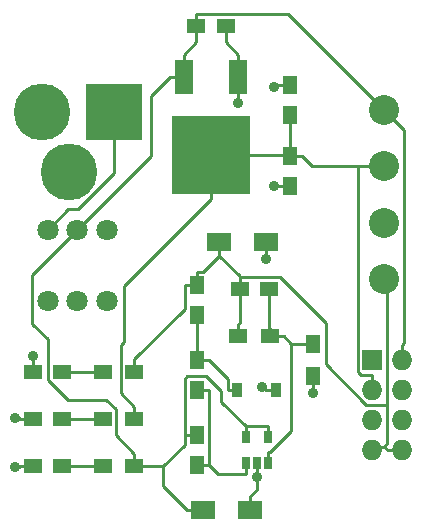
<source format=gbr>
%FSLAX46Y46*%
G04 Gerber Fmt 4.6, Leading zero omitted, Abs format (unit mm)*
G04 Created by KiCad (PCBNEW (2014-10-22 BZR 5214)-product) date Sat 10 Oct 2015 03:54:35 PM EDT*
%MOMM*%
G01*
G04 APERTURE LIST*
%ADD10C,0.200000*%
%ADD11R,2.000000X1.600000*%
%ADD12R,1.250000X1.500000*%
%ADD13R,1.500000X1.250000*%
%ADD14C,4.800600*%
%ADD15R,4.800600X4.800600*%
%ADD16R,0.910000X1.220000*%
%ADD17R,1.727200X1.727200*%
%ADD18O,1.727200X1.727200*%
%ADD19R,1.500000X1.300000*%
%ADD20R,1.300000X1.500000*%
%ADD21R,0.650000X1.060000*%
%ADD22R,1.600000X3.000000*%
%ADD23R,6.700000X6.700000*%
%ADD24C,2.540000*%
%ADD25C,1.800000*%
%ADD26C,0.889000*%
%ADD27C,0.254000*%
G04 APERTURE END LIST*
D10*
D11*
X168660000Y-144700000D03*
X172660000Y-144700000D03*
D12*
X168120000Y-132020000D03*
X168120000Y-134520000D03*
D13*
X168090000Y-103710000D03*
X170590000Y-103710000D03*
X171750000Y-126000000D03*
X174250000Y-126000000D03*
D12*
X176000000Y-111250000D03*
X176000000Y-108750000D03*
D11*
X170000000Y-122000000D03*
X174000000Y-122000000D03*
D14*
X155000000Y-111000000D03*
D15*
X161096000Y-111000000D03*
D14*
X157286000Y-116080000D03*
D13*
X156750000Y-141000000D03*
X154250000Y-141000000D03*
X156750000Y-137000000D03*
X154250000Y-137000000D03*
X154250000Y-133000000D03*
X156750000Y-133000000D03*
D16*
X171565000Y-134540000D03*
X174835000Y-134540000D03*
D12*
X168120000Y-138370000D03*
X168120000Y-140870000D03*
X168120000Y-128170000D03*
X168120000Y-125670000D03*
D17*
X183000000Y-132000000D03*
D18*
X185540000Y-132000000D03*
X183000000Y-134540000D03*
X185540000Y-134540000D03*
X183000000Y-137080000D03*
X185540000Y-137080000D03*
X183000000Y-139620000D03*
X185540000Y-139620000D03*
D19*
X162850000Y-141000000D03*
X160150000Y-141000000D03*
X162850000Y-137000000D03*
X160150000Y-137000000D03*
X162850000Y-133000000D03*
X160150000Y-133000000D03*
X171650000Y-130000000D03*
X174350000Y-130000000D03*
D20*
X178000000Y-130650000D03*
X178000000Y-133350000D03*
D21*
X172250000Y-140720000D03*
X173200000Y-140720000D03*
X174150000Y-140720000D03*
X174150000Y-138520000D03*
X172250000Y-138520000D03*
D22*
X171640000Y-108030000D03*
X167040000Y-108030000D03*
D23*
X169340000Y-114680000D03*
D24*
X184000000Y-120381250D03*
X184000000Y-115618750D03*
X184000000Y-110856250D03*
X184000000Y-125143750D03*
D25*
X155500000Y-121000000D03*
X158000000Y-121000000D03*
X160500000Y-121000000D03*
X155500000Y-127000000D03*
X158000000Y-127000000D03*
X160500000Y-127000000D03*
D12*
X176000000Y-114750000D03*
X176000000Y-117250000D03*
D26*
X173200000Y-141949200D03*
X178000000Y-134822900D03*
X174647700Y-117316400D03*
X174000000Y-123499800D03*
X171640000Y-110271300D03*
X152761000Y-141054100D03*
X152771300Y-136962400D03*
X173658700Y-134258200D03*
X154250000Y-131666800D03*
X174653700Y-108883000D03*
D27*
X185687600Y-130607500D02*
X185540000Y-130755100D01*
X185687600Y-112543900D02*
X185687600Y-130607500D01*
X184000000Y-110856300D02*
X185687600Y-112543900D01*
X185540000Y-132000000D02*
X185540000Y-130755100D01*
X175847400Y-102703700D02*
X184000000Y-110856300D01*
X168090000Y-102703700D02*
X175847400Y-102703700D01*
X167040000Y-108030000D02*
X165858700Y-108030000D01*
X168090000Y-103206800D02*
X168090000Y-102703700D01*
X168090000Y-103206800D02*
X168090000Y-103710000D01*
X168090000Y-105098700D02*
X167040000Y-106148700D01*
X168090000Y-103710000D02*
X168090000Y-105098700D01*
X167040000Y-108030000D02*
X167040000Y-106148700D01*
X168660000Y-144700000D02*
X167278700Y-144700000D01*
X164237300Y-114762700D02*
X158000000Y-121000000D01*
X164237300Y-109651400D02*
X164237300Y-114762700D01*
X165858700Y-108030000D02*
X164237300Y-109651400D01*
X154183100Y-124816900D02*
X158000000Y-121000000D01*
X154183100Y-128939200D02*
X154183100Y-124816900D01*
X155500000Y-130256100D02*
X154183100Y-128939200D01*
X155500000Y-133677500D02*
X155500000Y-130256100D01*
X157186500Y-135364000D02*
X155500000Y-133677500D01*
X160455100Y-135364000D02*
X157186500Y-135364000D01*
X161281400Y-136190300D02*
X160455100Y-135364000D01*
X161281400Y-138400100D02*
X161281400Y-136190300D01*
X162850000Y-139968700D02*
X161281400Y-138400100D01*
X162850000Y-141000000D02*
X163981300Y-141000000D01*
X162850000Y-141000000D02*
X162850000Y-139968700D01*
X165293300Y-142714600D02*
X165293300Y-141000000D01*
X167278700Y-144700000D02*
X165293300Y-142714600D01*
X165293300Y-141000000D02*
X163981300Y-141000000D01*
X167113700Y-139179600D02*
X167113700Y-138370000D01*
X165293300Y-141000000D02*
X167113700Y-139179600D01*
X172250000Y-137608700D02*
X174150000Y-137608700D01*
X174150000Y-138520000D02*
X174150000Y-137608700D01*
X172250000Y-138520000D02*
X172250000Y-137608700D01*
X168120000Y-138370000D02*
X167240800Y-138370000D01*
X167240800Y-138370000D02*
X167113700Y-138370000D01*
X170172700Y-135531400D02*
X172250000Y-137608700D01*
X170172700Y-134631200D02*
X170172700Y-135531400D01*
X168930100Y-133388600D02*
X170172700Y-134631200D01*
X167333500Y-133388600D02*
X168930100Y-133388600D01*
X167113700Y-133608400D02*
X167333500Y-133388600D01*
X167113700Y-138370000D02*
X167113700Y-133608400D01*
X178000000Y-133350000D02*
X178000000Y-134822900D01*
X176000000Y-117250000D02*
X174993700Y-117250000D01*
X174927300Y-117316400D02*
X174993700Y-117250000D01*
X174647700Y-117316400D02*
X174927300Y-117316400D01*
X174000000Y-123499800D02*
X174000000Y-122000000D01*
X173200000Y-140720000D02*
X173200000Y-141949200D01*
X173200000Y-142978700D02*
X172660000Y-143518700D01*
X173200000Y-141949200D02*
X173200000Y-142978700D01*
X172660000Y-144700000D02*
X172660000Y-143518700D01*
X154250000Y-141000000D02*
X153118700Y-141000000D01*
X153064600Y-141054100D02*
X153118700Y-141000000D01*
X152761000Y-141054100D02*
X153064600Y-141054100D01*
X154250000Y-137000000D02*
X153118700Y-137000000D01*
X153081100Y-136962400D02*
X153118700Y-137000000D01*
X152771300Y-136962400D02*
X153081100Y-136962400D01*
X171640000Y-110271300D02*
X171640000Y-108030000D01*
X170590000Y-105098700D02*
X170590000Y-103710000D01*
X171640000Y-106148700D02*
X170590000Y-105098700D01*
X171640000Y-108030000D02*
X171640000Y-106148700D01*
X174835000Y-134540000D02*
X173998700Y-134540000D01*
X173716900Y-134258200D02*
X173998700Y-134540000D01*
X173658700Y-134258200D02*
X173716900Y-134258200D01*
X154250000Y-131666800D02*
X154250000Y-133000000D01*
X176000000Y-108750000D02*
X174993700Y-108750000D01*
X174860700Y-108883000D02*
X174993700Y-108750000D01*
X174653700Y-108883000D02*
X174860700Y-108883000D01*
X168120000Y-128170000D02*
X168120000Y-132020000D01*
X170728700Y-133622400D02*
X169126300Y-132020000D01*
X170728700Y-134540000D02*
X170728700Y-133622400D01*
X171565000Y-134540000D02*
X170728700Y-134540000D01*
X168120000Y-132020000D02*
X169126300Y-132020000D01*
X172250000Y-140720000D02*
X172250000Y-141631300D01*
X168120000Y-140870000D02*
X168999200Y-140870000D01*
X168120000Y-134520000D02*
X169126300Y-134520000D01*
X169887700Y-141631300D02*
X172250000Y-141631300D01*
X169126300Y-140869900D02*
X169887700Y-141631300D01*
X169126200Y-140870000D02*
X169126300Y-140869900D01*
X168999200Y-140870000D02*
X169126200Y-140870000D01*
X169126300Y-140869900D02*
X169126300Y-134520000D01*
X170000000Y-122000000D02*
X170000000Y-123181300D01*
X183000000Y-139620000D02*
X183000000Y-139335200D01*
X185540000Y-139620000D02*
X184295100Y-139620000D01*
X183000000Y-139335200D02*
X184010300Y-139335200D01*
X184010300Y-139335200D02*
X184295100Y-139620000D01*
X184270000Y-125413800D02*
X184270000Y-135810000D01*
X184000000Y-125143800D02*
X184270000Y-125413800D01*
X184270000Y-139075500D02*
X184010300Y-139335200D01*
X184270000Y-135810000D02*
X184270000Y-139075500D01*
X171750000Y-128868700D02*
X171650000Y-128968700D01*
X171750000Y-126000000D02*
X171750000Y-128868700D01*
X171650000Y-130000000D02*
X171650000Y-128968700D01*
X171750000Y-126000000D02*
X171750000Y-124993700D01*
X175182700Y-124993700D02*
X171750000Y-124993700D01*
X179031300Y-128842300D02*
X175182700Y-124993700D01*
X179031300Y-132366400D02*
X179031300Y-128842300D01*
X182474900Y-135810000D02*
X179031300Y-132366400D01*
X184270000Y-135810000D02*
X182474900Y-135810000D01*
X171750000Y-124931300D02*
X170000000Y-123181300D01*
X171750000Y-124993700D02*
X171750000Y-124931300D01*
X167113700Y-127705000D02*
X162850000Y-131968700D01*
X167113700Y-125670000D02*
X167113700Y-127705000D01*
X168642600Y-124538700D02*
X170000000Y-123181300D01*
X168120000Y-124538700D02*
X168642600Y-124538700D01*
X168120000Y-125670000D02*
X168120000Y-124538700D01*
X168120000Y-125670000D02*
X167113700Y-125670000D01*
X162850000Y-133000000D02*
X162850000Y-131968700D01*
X178000000Y-130650000D02*
X177095800Y-130650000D01*
X174350000Y-130000000D02*
X174915700Y-130000000D01*
X174915700Y-130000000D02*
X175481300Y-130000000D01*
X174250000Y-129334300D02*
X174250000Y-126000000D01*
X174915700Y-130000000D02*
X174250000Y-129334300D01*
X174150000Y-140720000D02*
X174150000Y-139808700D01*
X176131300Y-138004000D02*
X176131300Y-130650000D01*
X174326600Y-139808700D02*
X176131300Y-138004000D01*
X174150000Y-139808700D02*
X174326600Y-139808700D01*
X177095800Y-130650000D02*
X176131300Y-130650000D01*
X176131300Y-130650000D02*
X175481300Y-130000000D01*
X176000000Y-114750000D02*
X175496900Y-114750000D01*
X161718600Y-134837300D02*
X162850000Y-135968700D01*
X161718600Y-130705700D02*
X161718600Y-134837300D01*
X161972900Y-130451400D02*
X161718600Y-130705700D01*
X161972900Y-125778400D02*
X161972900Y-130451400D01*
X169340000Y-118411300D02*
X161972900Y-125778400D01*
X169340000Y-114680000D02*
X169340000Y-118411300D01*
X162850000Y-137000000D02*
X162850000Y-135968700D01*
X169340000Y-114680000D02*
X173071300Y-114680000D01*
X175496900Y-114680000D02*
X173071300Y-114680000D01*
X175496900Y-114750000D02*
X175496900Y-114680000D01*
X176000000Y-114176900D02*
X176000000Y-111250000D01*
X175496900Y-114680000D02*
X176000000Y-114176900D01*
X176000000Y-114750000D02*
X177006300Y-114750000D01*
X184000000Y-115618800D02*
X181755100Y-115618800D01*
X177875100Y-115618800D02*
X177006300Y-114750000D01*
X181755100Y-115618800D02*
X177875100Y-115618800D01*
X182028500Y-133295100D02*
X183000000Y-133295100D01*
X181755100Y-133021700D02*
X182028500Y-133295100D01*
X181755100Y-115618800D02*
X181755100Y-133021700D01*
X183000000Y-134540000D02*
X183000000Y-133295100D01*
X161096000Y-116216800D02*
X161096000Y-111000000D01*
X158068900Y-119243900D02*
X161096000Y-116216800D01*
X157256100Y-119243900D02*
X158068900Y-119243900D01*
X155500000Y-121000000D02*
X157256100Y-119243900D01*
X160150000Y-141000000D02*
X156750000Y-141000000D01*
X160150000Y-137000000D02*
X156750000Y-137000000D01*
X160150000Y-133000000D02*
X156750000Y-133000000D01*
M02*

</source>
